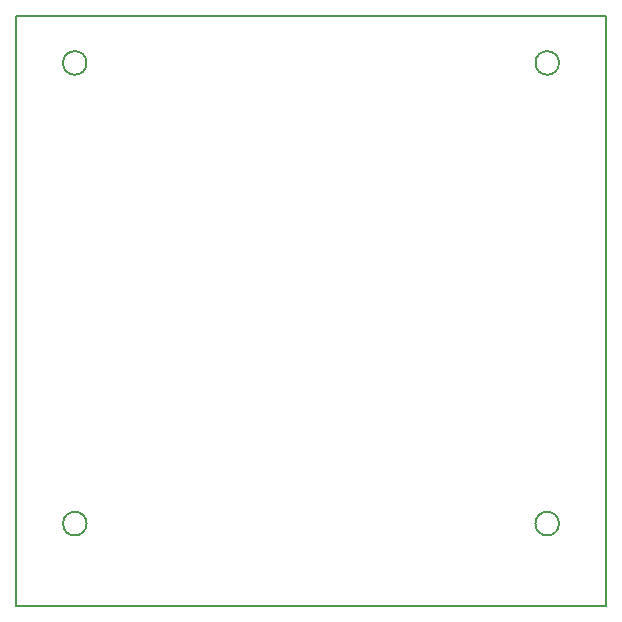
<source format=gbr>
G04 (created by PCBNEW (2013-mar-13)-testing) date nie, 20 paź 2013, 19:30:01*
%MOIN*%
G04 Gerber Fmt 3.4, Leading zero omitted, Abs format*
%FSLAX34Y34*%
G01*
G70*
G90*
G04 APERTURE LIST*
%ADD10C,0.005906*%
G04 APERTURE END LIST*
G54D10*
X3Y-5D02*
G75*
G03X3Y-5I0J0D01*
G74*
G01*
X1Y-5D02*
X3Y-5D01*
X2Y-4D02*
X2Y-6D01*
X0Y-19685D02*
X0Y0D01*
X19685Y-19685D02*
X0Y-19685D01*
X19685Y-19291D02*
X19685Y-19685D01*
X19685Y0D02*
X19685Y-19291D01*
X0Y0D02*
X19685Y0D01*
X18110Y-16929D02*
G75*
G03X18110Y-16929I-393J0D01*
G74*
G01*
X18110Y-1574D02*
G75*
G03X18110Y-1574I-393J0D01*
G74*
G01*
X2362Y-16929D02*
G75*
G03X2362Y-16929I-393J0D01*
G74*
G01*
X2362Y-1574D02*
G75*
G03X2362Y-1574I-393J0D01*
G74*
G01*
M02*

</source>
